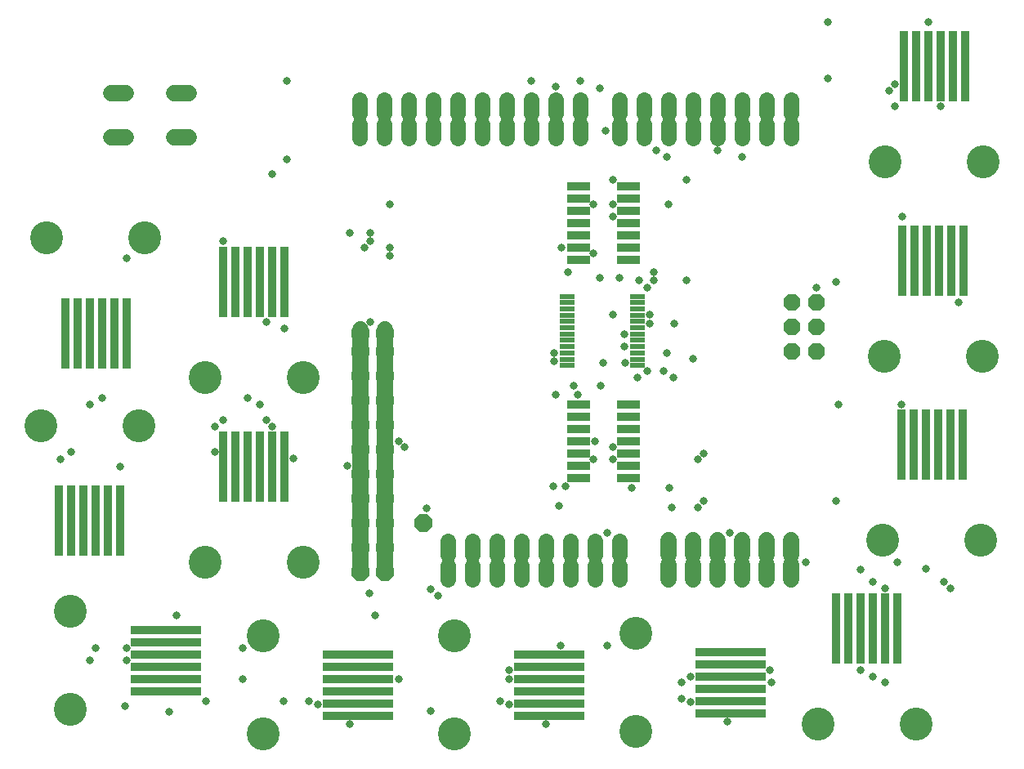
<source format=gts>
G75*
%MOIN*%
%OFA0B0*%
%FSLAX24Y24*%
%IPPOS*%
%LPD*%
%AMOC8*
5,1,8,0,0,1.08239X$1,22.5*
%
%ADD10C,0.0680*%
%ADD11C,0.0621*%
%ADD12C,0.0660*%
%ADD13OC8,0.0670*%
%ADD14R,0.0610X0.0197*%
%ADD15R,0.0926X0.0375*%
%ADD16R,0.0359X0.2895*%
%ADD17C,0.1340*%
%ADD18R,0.2895X0.0359*%
%ADD19OC8,0.0729*%
%ADD20C,0.0330*%
D10*
X017436Y012180D02*
X017436Y021930D01*
X018436Y021930D02*
X018436Y012180D01*
D11*
X020986Y012311D02*
X020986Y011749D01*
X021986Y011749D02*
X021986Y012311D01*
X021986Y012749D02*
X021986Y013311D01*
X020986Y013311D02*
X020986Y012749D01*
X022986Y012749D02*
X022986Y013311D01*
X023986Y013311D02*
X023986Y012749D01*
X023986Y012311D02*
X023986Y011749D01*
X022986Y011749D02*
X022986Y012311D01*
X024986Y012311D02*
X024986Y011749D01*
X025986Y011749D02*
X025986Y012311D01*
X025986Y012749D02*
X025986Y013311D01*
X024986Y013311D02*
X024986Y012749D01*
X026986Y012749D02*
X026986Y013311D01*
X027986Y013311D02*
X027986Y012749D01*
X027986Y012311D02*
X027986Y011749D01*
X026986Y011749D02*
X026986Y012311D01*
X026386Y029749D02*
X026386Y030311D01*
X026386Y030749D02*
X026386Y031311D01*
X025386Y031311D02*
X025386Y030749D01*
X025386Y030311D02*
X025386Y029749D01*
X024386Y029749D02*
X024386Y030311D01*
X024386Y030749D02*
X024386Y031311D01*
X023386Y031311D02*
X023386Y030749D01*
X023386Y030311D02*
X023386Y029749D01*
X022386Y029749D02*
X022386Y030311D01*
X022386Y030749D02*
X022386Y031311D01*
X021386Y031311D02*
X021386Y030749D01*
X021386Y030311D02*
X021386Y029749D01*
X020386Y029749D02*
X020386Y030311D01*
X020386Y030749D02*
X020386Y031311D01*
X019386Y031311D02*
X019386Y030749D01*
X019386Y030311D02*
X019386Y029749D01*
X018386Y029749D02*
X018386Y030311D01*
X018386Y030749D02*
X018386Y031311D01*
X017386Y031311D02*
X017386Y030749D01*
X017386Y030311D02*
X017386Y029749D01*
X027986Y029749D02*
X027986Y030311D01*
X027986Y030749D02*
X027986Y031311D01*
X028986Y031311D02*
X028986Y030749D01*
X028986Y030311D02*
X028986Y029749D01*
X029986Y029749D02*
X029986Y030311D01*
X029986Y030749D02*
X029986Y031311D01*
X030986Y031311D02*
X030986Y030749D01*
X030986Y030311D02*
X030986Y029749D01*
X031986Y029749D02*
X031986Y030311D01*
X031986Y030749D02*
X031986Y031311D01*
X032986Y031311D02*
X032986Y030749D01*
X032986Y030311D02*
X032986Y029749D01*
X033986Y029749D02*
X033986Y030311D01*
X033986Y030749D02*
X033986Y031311D01*
X034986Y031311D02*
X034986Y030749D01*
X034986Y030311D02*
X034986Y029749D01*
D12*
X034986Y013330D02*
X034986Y012730D01*
X034986Y012330D02*
X034986Y011730D01*
X033986Y011730D02*
X033986Y012330D01*
X033986Y012730D02*
X033986Y013330D01*
X032986Y013330D02*
X032986Y012730D01*
X032986Y012330D02*
X032986Y011730D01*
X031986Y011730D02*
X031986Y012330D01*
X031986Y012730D02*
X031986Y013330D01*
X030986Y013330D02*
X030986Y012730D01*
X030986Y012330D02*
X030986Y011730D01*
X029986Y011730D02*
X029986Y012330D01*
X029986Y012730D02*
X029986Y013330D01*
X010416Y029790D02*
X009816Y029790D01*
X007856Y029790D02*
X007256Y029790D01*
X007256Y031570D02*
X007856Y031570D01*
X009816Y031570D02*
X010416Y031570D01*
D13*
X035036Y023030D03*
X036036Y023030D03*
X036036Y022030D03*
X035036Y022030D03*
X035036Y021030D03*
X036036Y021030D03*
D14*
X028726Y020984D03*
X028726Y020728D03*
X028726Y020473D03*
X028726Y021240D03*
X028726Y021496D03*
X028726Y021752D03*
X028726Y022008D03*
X028726Y022264D03*
X028726Y022520D03*
X028726Y022776D03*
X028726Y023032D03*
X028726Y023287D03*
X025847Y023287D03*
X025847Y023032D03*
X025847Y022776D03*
X025847Y022520D03*
X025847Y022264D03*
X025847Y022008D03*
X025847Y021752D03*
X025847Y021496D03*
X025847Y021240D03*
X025847Y020984D03*
X025847Y020728D03*
X025847Y020473D03*
D15*
X026313Y018880D03*
X026313Y018380D03*
X026313Y017880D03*
X026313Y017380D03*
X026313Y016880D03*
X026313Y016380D03*
X026313Y015880D03*
X028360Y015880D03*
X028360Y016380D03*
X028360Y016880D03*
X028360Y017380D03*
X028360Y017880D03*
X028360Y018380D03*
X028360Y018880D03*
X028360Y024780D03*
X028360Y025280D03*
X028360Y025780D03*
X028360Y026280D03*
X028360Y026780D03*
X028360Y027280D03*
X028360Y027780D03*
X026313Y027780D03*
X026313Y027280D03*
X026313Y026780D03*
X026313Y026280D03*
X026313Y025780D03*
X026313Y025280D03*
X026313Y024780D03*
D16*
X014336Y023880D03*
X013836Y023880D03*
X013336Y023880D03*
X012836Y023880D03*
X012336Y023880D03*
X011836Y023880D03*
X007886Y021780D03*
X007386Y021780D03*
X006886Y021780D03*
X006386Y021780D03*
X005886Y021780D03*
X005386Y021780D03*
X011836Y016330D03*
X012336Y016330D03*
X012836Y016330D03*
X013336Y016330D03*
X013836Y016330D03*
X014336Y016330D03*
X007636Y014130D03*
X007136Y014130D03*
X006636Y014130D03*
X006136Y014130D03*
X005636Y014130D03*
X005136Y014130D03*
X036836Y009730D03*
X037336Y009730D03*
X037836Y009730D03*
X038336Y009730D03*
X038836Y009730D03*
X039336Y009730D03*
X039486Y017230D03*
X039986Y017230D03*
X040486Y017230D03*
X040986Y017230D03*
X041486Y017230D03*
X041986Y017230D03*
X042036Y024730D03*
X041536Y024730D03*
X041036Y024730D03*
X040536Y024730D03*
X040036Y024730D03*
X039536Y024730D03*
X039586Y032680D03*
X040086Y032680D03*
X040586Y032680D03*
X041086Y032680D03*
X041586Y032680D03*
X042086Y032680D03*
D17*
X005589Y006430D03*
X005589Y010430D03*
X011086Y012432D03*
X013439Y009430D03*
X015086Y012432D03*
X021239Y009430D03*
X021239Y005430D03*
X028639Y005530D03*
X028639Y009530D03*
X036086Y005832D03*
X040086Y005832D03*
X038736Y013332D03*
X042736Y013332D03*
X042786Y020832D03*
X038786Y020832D03*
X038836Y028782D03*
X042836Y028782D03*
X015086Y019982D03*
X011086Y019982D03*
X008386Y018028D03*
X004386Y018028D03*
X004636Y025678D03*
X008636Y025678D03*
X013439Y005430D03*
D18*
X017336Y006180D03*
X017336Y006680D03*
X017336Y007180D03*
X017336Y007680D03*
X017336Y008180D03*
X017336Y008680D03*
X025136Y008680D03*
X025136Y008180D03*
X025136Y007680D03*
X025136Y007180D03*
X025136Y006680D03*
X025136Y006180D03*
X032536Y006280D03*
X032536Y006780D03*
X032536Y007280D03*
X032536Y007780D03*
X032536Y008280D03*
X032536Y008780D03*
X009486Y008680D03*
X009486Y008180D03*
X009486Y007680D03*
X009486Y007180D03*
X009486Y009180D03*
X009486Y009680D03*
D19*
X017436Y012030D03*
X018436Y012030D03*
X018436Y013030D03*
X017436Y013030D03*
X017436Y014030D03*
X018436Y014030D03*
X018436Y015030D03*
X017436Y015030D03*
X017436Y016030D03*
X017436Y017030D03*
X018436Y017030D03*
X018436Y016030D03*
X018436Y018030D03*
X017436Y018030D03*
X017436Y019030D03*
X017436Y020030D03*
X018436Y020030D03*
X018436Y019030D03*
X018436Y021030D03*
X018436Y021780D03*
X017436Y021780D03*
X017436Y021030D03*
X019986Y014030D03*
D20*
X020136Y014630D03*
X019236Y017130D03*
X018986Y017380D03*
X016886Y016380D03*
X014686Y016680D03*
X013836Y017980D03*
X013586Y018230D03*
X013336Y018880D03*
X012836Y019130D03*
X011836Y018230D03*
X011486Y017980D03*
X011486Y016930D03*
X007636Y016330D03*
X005636Y016930D03*
X005186Y016630D03*
X006386Y018880D03*
X006886Y019130D03*
X013586Y022230D03*
X014336Y021980D03*
X017836Y022230D03*
X018636Y024930D03*
X018636Y025280D03*
X017836Y025530D03*
X017836Y025880D03*
X017586Y025280D03*
X016986Y025880D03*
X018636Y027030D03*
X014436Y028880D03*
X013836Y028280D03*
X011836Y025530D03*
X007886Y024830D03*
X014436Y032080D03*
X024386Y032080D03*
X025386Y031830D03*
X026386Y032080D03*
X027186Y031780D03*
X027436Y030030D03*
X029486Y029230D03*
X029936Y028980D03*
X030736Y028030D03*
X029986Y027030D03*
X027736Y027030D03*
X027736Y026530D03*
X026936Y027030D03*
X027736Y028030D03*
X025636Y025280D03*
X025886Y024280D03*
X026936Y025030D03*
X027186Y024030D03*
X027986Y024030D03*
X028786Y023930D03*
X029136Y023630D03*
X029386Y023930D03*
X029386Y024280D03*
X030736Y023930D03*
X029236Y022530D03*
X029236Y022180D03*
X030236Y022180D03*
X029936Y020980D03*
X029786Y020230D03*
X030186Y019980D03*
X029136Y020230D03*
X028736Y019980D03*
X028236Y020580D03*
X028186Y021230D03*
X028186Y021730D03*
X027736Y022530D03*
X027336Y020580D03*
X027236Y019630D03*
X026286Y019280D03*
X026136Y019630D03*
X025386Y019280D03*
X025336Y020630D03*
X025336Y020980D03*
X026986Y017380D03*
X026936Y016630D03*
X027736Y016630D03*
X027736Y017130D03*
X028486Y015480D03*
X030036Y015480D03*
X030136Y014680D03*
X031186Y014680D03*
X031436Y014930D03*
X032486Y013630D03*
X035586Y012430D03*
X037836Y012130D03*
X038336Y011630D03*
X038836Y011380D03*
X039336Y012430D03*
X040486Y012180D03*
X041236Y011630D03*
X041486Y011380D03*
X037836Y008030D03*
X038336Y007780D03*
X038836Y007530D03*
X034186Y007530D03*
X034136Y008030D03*
X032386Y005930D03*
X030886Y006730D03*
X030536Y006880D03*
X030536Y007530D03*
X030886Y007780D03*
X027486Y009030D03*
X025586Y009030D03*
X023486Y008030D03*
X023486Y007680D03*
X023136Y006780D03*
X023486Y006630D03*
X024986Y005830D03*
X020286Y006380D03*
X018986Y007680D03*
X016986Y005830D03*
X015686Y006630D03*
X015336Y006780D03*
X014286Y006780D03*
X012636Y007680D03*
X012636Y008930D03*
X011136Y006780D03*
X009636Y006330D03*
X007836Y006580D03*
X007886Y008430D03*
X007886Y008930D03*
X006636Y008930D03*
X006386Y008430D03*
X009936Y010280D03*
X017786Y011180D03*
X018036Y010280D03*
X020286Y011330D03*
X020586Y011080D03*
X025536Y014730D03*
X025286Y015530D03*
X025786Y015530D03*
X027486Y013630D03*
X031186Y016630D03*
X031436Y016880D03*
X030986Y020730D03*
X036036Y023630D03*
X036836Y023880D03*
X039536Y026530D03*
X041836Y023030D03*
X039486Y018880D03*
X036936Y018880D03*
X036836Y014930D03*
X032986Y028980D03*
X031986Y029230D03*
X036486Y032180D03*
X038986Y031680D03*
X039236Y031930D03*
X039236Y031030D03*
X041086Y031030D03*
X040586Y034480D03*
X036486Y034480D03*
M02*

</source>
